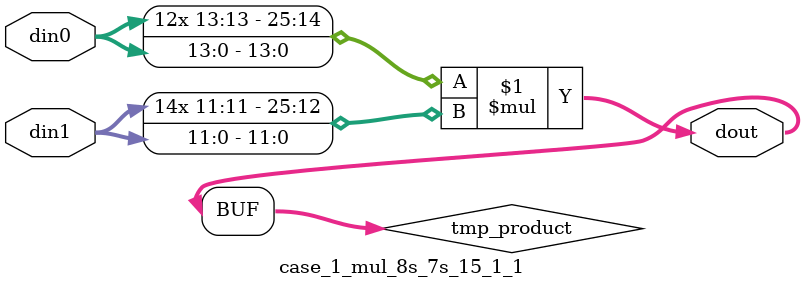
<source format=v>

`timescale 1 ns / 1 ps

 module case_1_mul_8s_7s_15_1_1(din0, din1, dout);
parameter ID = 1;
parameter NUM_STAGE = 0;
parameter din0_WIDTH = 14;
parameter din1_WIDTH = 12;
parameter dout_WIDTH = 26;

input [din0_WIDTH - 1 : 0] din0; 
input [din1_WIDTH - 1 : 0] din1; 
output [dout_WIDTH - 1 : 0] dout;

wire signed [dout_WIDTH - 1 : 0] tmp_product;



























assign tmp_product = $signed(din0) * $signed(din1);








assign dout = tmp_product;





















endmodule

</source>
